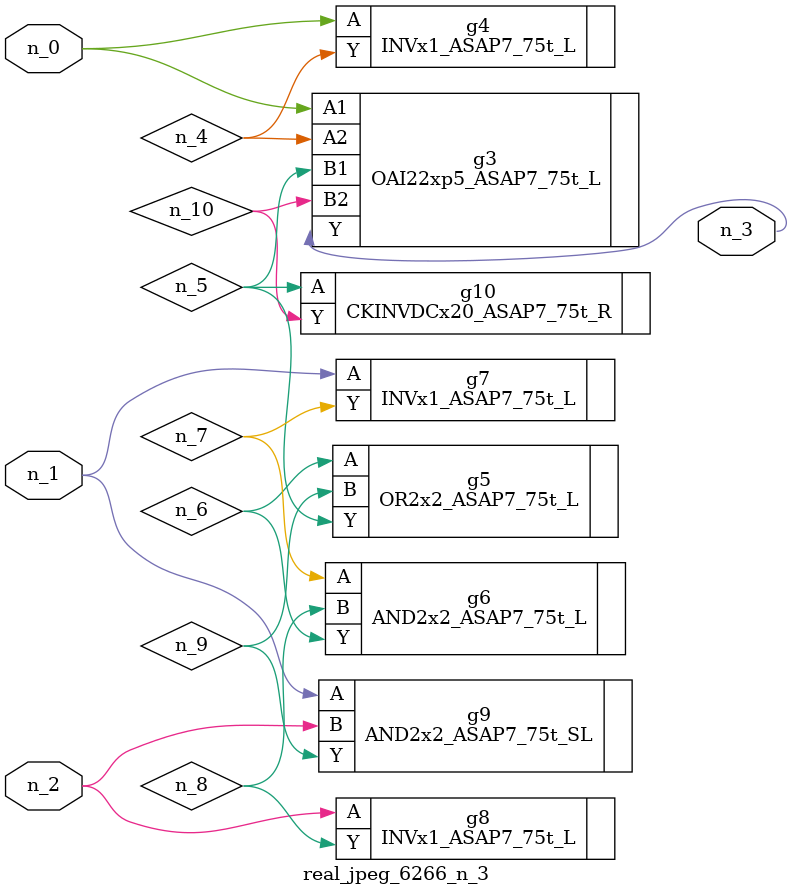
<source format=v>
module real_jpeg_6266_n_3 (n_1, n_0, n_2, n_3);

input n_1;
input n_0;
input n_2;

output n_3;

wire n_5;
wire n_4;
wire n_8;
wire n_6;
wire n_7;
wire n_10;
wire n_9;

OAI22xp5_ASAP7_75t_L g3 ( 
.A1(n_0),
.A2(n_4),
.B1(n_5),
.B2(n_10),
.Y(n_3)
);

INVx1_ASAP7_75t_L g4 ( 
.A(n_0),
.Y(n_4)
);

INVx1_ASAP7_75t_L g7 ( 
.A(n_1),
.Y(n_7)
);

AND2x2_ASAP7_75t_SL g9 ( 
.A(n_1),
.B(n_2),
.Y(n_9)
);

INVx1_ASAP7_75t_L g8 ( 
.A(n_2),
.Y(n_8)
);

CKINVDCx20_ASAP7_75t_R g10 ( 
.A(n_5),
.Y(n_10)
);

OR2x2_ASAP7_75t_L g5 ( 
.A(n_6),
.B(n_9),
.Y(n_5)
);

AND2x2_ASAP7_75t_L g6 ( 
.A(n_7),
.B(n_8),
.Y(n_6)
);


endmodule
</source>
